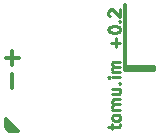
<source format=gto>
G04 #@! TF.FileFunction,Legend,Top*
%FSLAX46Y46*%
G04 Gerber Fmt 4.6, Leading zero omitted, Abs format (unit mm)*
G04 Created by KiCad (PCBNEW 4.0.4+e1-6308~48~ubuntu14.04.1-stable) date Sat Nov 26 19:44:48 2016*
%MOMM*%
%LPD*%
G01*
G04 APERTURE LIST*
%ADD10C,0.350000*%
%ADD11C,0.300000*%
%ADD12C,0.250000*%
G04 APERTURE END LIST*
D10*
D11*
X27381200Y-23622000D02*
X27381200Y-18084800D01*
X27381200Y-23469600D02*
X29870400Y-23469600D01*
X27381200Y-23622000D02*
X27381200Y-23368000D01*
X27381200Y-23622000D02*
X29870400Y-23622000D01*
X27381200Y-23368000D02*
X29870400Y-23368000D01*
X17881600Y-28752800D02*
X17322800Y-28143200D01*
X17272000Y-28448000D02*
X17272000Y-27736800D01*
X17576800Y-28752800D02*
X17272000Y-28448000D01*
X18288000Y-28752800D02*
X17576800Y-28752800D01*
X17272000Y-27736800D02*
X18288000Y-28752800D01*
X17836343Y-25107828D02*
X17836343Y-23964971D01*
X17836343Y-23126628D02*
X17836343Y-21983771D01*
X18407771Y-22555200D02*
X17264914Y-22555200D01*
D12*
X26303314Y-28555962D02*
X26303314Y-28175010D01*
X25969981Y-28413105D02*
X26827124Y-28413105D01*
X26922362Y-28365486D01*
X26969981Y-28270248D01*
X26969981Y-28175010D01*
X26969981Y-27698819D02*
X26922362Y-27794057D01*
X26874743Y-27841676D01*
X26779505Y-27889295D01*
X26493790Y-27889295D01*
X26398552Y-27841676D01*
X26350933Y-27794057D01*
X26303314Y-27698819D01*
X26303314Y-27555961D01*
X26350933Y-27460723D01*
X26398552Y-27413104D01*
X26493790Y-27365485D01*
X26779505Y-27365485D01*
X26874743Y-27413104D01*
X26922362Y-27460723D01*
X26969981Y-27555961D01*
X26969981Y-27698819D01*
X26969981Y-26936914D02*
X26303314Y-26936914D01*
X26398552Y-26936914D02*
X26350933Y-26889295D01*
X26303314Y-26794057D01*
X26303314Y-26651199D01*
X26350933Y-26555961D01*
X26446171Y-26508342D01*
X26969981Y-26508342D01*
X26446171Y-26508342D02*
X26350933Y-26460723D01*
X26303314Y-26365485D01*
X26303314Y-26222628D01*
X26350933Y-26127390D01*
X26446171Y-26079771D01*
X26969981Y-26079771D01*
X26303314Y-25175009D02*
X26969981Y-25175009D01*
X26303314Y-25603581D02*
X26827124Y-25603581D01*
X26922362Y-25555962D01*
X26969981Y-25460724D01*
X26969981Y-25317866D01*
X26922362Y-25222628D01*
X26874743Y-25175009D01*
X26874743Y-24698819D02*
X26922362Y-24651200D01*
X26969981Y-24698819D01*
X26922362Y-24746438D01*
X26874743Y-24698819D01*
X26969981Y-24698819D01*
X26969981Y-24222629D02*
X26303314Y-24222629D01*
X25969981Y-24222629D02*
X26017600Y-24270248D01*
X26065219Y-24222629D01*
X26017600Y-24175010D01*
X25969981Y-24222629D01*
X26065219Y-24222629D01*
X26969981Y-23746439D02*
X26303314Y-23746439D01*
X26398552Y-23746439D02*
X26350933Y-23698820D01*
X26303314Y-23603582D01*
X26303314Y-23460724D01*
X26350933Y-23365486D01*
X26446171Y-23317867D01*
X26969981Y-23317867D01*
X26446171Y-23317867D02*
X26350933Y-23270248D01*
X26303314Y-23175010D01*
X26303314Y-23032153D01*
X26350933Y-22936915D01*
X26446171Y-22889296D01*
X26969981Y-22889296D01*
X26589029Y-21651201D02*
X26589029Y-20889296D01*
X26969981Y-21270248D02*
X26208076Y-21270248D01*
X25969981Y-20222630D02*
X25969981Y-20127391D01*
X26017600Y-20032153D01*
X26065219Y-19984534D01*
X26160457Y-19936915D01*
X26350933Y-19889296D01*
X26589029Y-19889296D01*
X26779505Y-19936915D01*
X26874743Y-19984534D01*
X26922362Y-20032153D01*
X26969981Y-20127391D01*
X26969981Y-20222630D01*
X26922362Y-20317868D01*
X26874743Y-20365487D01*
X26779505Y-20413106D01*
X26589029Y-20460725D01*
X26350933Y-20460725D01*
X26160457Y-20413106D01*
X26065219Y-20365487D01*
X26017600Y-20317868D01*
X25969981Y-20222630D01*
X26874743Y-19460725D02*
X26922362Y-19413106D01*
X26969981Y-19460725D01*
X26922362Y-19508344D01*
X26874743Y-19460725D01*
X26969981Y-19460725D01*
X26065219Y-19032154D02*
X26017600Y-18984535D01*
X25969981Y-18889297D01*
X25969981Y-18651201D01*
X26017600Y-18555963D01*
X26065219Y-18508344D01*
X26160457Y-18460725D01*
X26255695Y-18460725D01*
X26398552Y-18508344D01*
X26969981Y-19079773D01*
X26969981Y-18460725D01*
M02*

</source>
